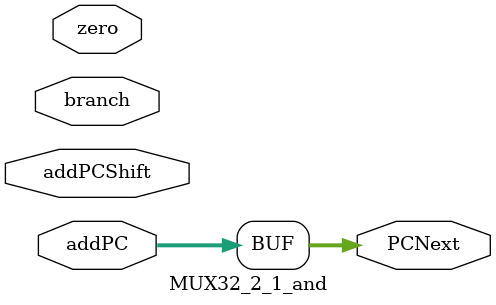
<source format=sv>

module MUX32_2_1_and(
    PCNext,
    addPC,
    addPCShift,
    zero,
    branch
);

    output reg[31:0] PCNext;    // Next progam to the PC module

    input[31:0] addPC;          // Program counter +4 for the adder
    input[31:0] addPCShift;     // Program counter shifted from the shift adder
    input zero;                 // Zero signal from the ALU
    input branch;               // Branch signal from the controler

    reg selector;               // Selector to select the adder

    // Makes a "and" with "zero" signal and branch to chouse the adder
    always @(addPC, addPCShift)
        begin
            selector <= zero & branch;

            if (selector)
                begin
                    PCNext <= addPCShift;
                end
            else
                begin
                    PCNext <= addPC;
                end
        end

endmodule
</source>
